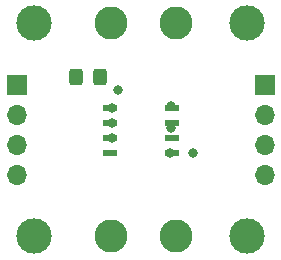
<source format=gts>
%TF.GenerationSoftware,KiCad,Pcbnew,7.0.6*%
%TF.CreationDate,2023-11-15T12:58:54-06:00*%
%TF.ProjectId,TorqueSensorAmpifierPCB,546f7271-7565-4536-956e-736f72416d70,rev?*%
%TF.SameCoordinates,Original*%
%TF.FileFunction,Soldermask,Top*%
%TF.FilePolarity,Negative*%
%FSLAX46Y46*%
G04 Gerber Fmt 4.6, Leading zero omitted, Abs format (unit mm)*
G04 Created by KiCad (PCBNEW 7.0.6) date 2023-11-15 12:58:54*
%MOMM*%
%LPD*%
G01*
G04 APERTURE LIST*
G04 Aperture macros list*
%AMRoundRect*
0 Rectangle with rounded corners*
0 $1 Rounding radius*
0 $2 $3 $4 $5 $6 $7 $8 $9 X,Y pos of 4 corners*
0 Add a 4 corners polygon primitive as box body*
4,1,4,$2,$3,$4,$5,$6,$7,$8,$9,$2,$3,0*
0 Add four circle primitives for the rounded corners*
1,1,$1+$1,$2,$3*
1,1,$1+$1,$4,$5*
1,1,$1+$1,$6,$7*
1,1,$1+$1,$8,$9*
0 Add four rect primitives between the rounded corners*
20,1,$1+$1,$2,$3,$4,$5,0*
20,1,$1+$1,$4,$5,$6,$7,0*
20,1,$1+$1,$6,$7,$8,$9,0*
20,1,$1+$1,$8,$9,$2,$3,0*%
G04 Aperture macros list end*
%ADD10C,3.000000*%
%ADD11C,2.800000*%
%ADD12RoundRect,0.250000X0.325000X0.450000X-0.325000X0.450000X-0.325000X-0.450000X0.325000X-0.450000X0*%
%ADD13R,1.700000X1.700000*%
%ADD14O,1.700000X1.700000*%
%ADD15R,1.257300X0.508000*%
%ADD16C,0.800000*%
G04 APERTURE END LIST*
D10*
%TO.C,H3*%
X79000000Y-91500000D03*
%TD*%
D11*
%TO.C,TP1*%
X73000000Y-91500000D03*
%TD*%
D10*
%TO.C,H2*%
X61000000Y-109500000D03*
%TD*%
D12*
%TO.C,D1*%
X66525000Y-96000000D03*
X64475000Y-96000000D03*
%TD*%
D13*
%TO.C,J2*%
X80500000Y-96700000D03*
D14*
X80500000Y-99240000D03*
X80500000Y-101780000D03*
X80500000Y-104320000D03*
%TD*%
D11*
%TO.C,TP4*%
X73000000Y-109500000D03*
%TD*%
D15*
%TO.C,U1*%
X67402450Y-98690000D03*
X67402450Y-99960000D03*
X67402450Y-101230000D03*
X67402450Y-102500000D03*
X72647550Y-102500000D03*
X72647550Y-101230000D03*
X72647550Y-99960000D03*
X72647550Y-98690000D03*
%TD*%
D11*
%TO.C,TP2*%
X67500000Y-91500000D03*
%TD*%
%TO.C,TP3*%
X67500000Y-109500000D03*
%TD*%
D13*
%TO.C,J1*%
X59500000Y-96700000D03*
D14*
X59500000Y-99240000D03*
X59500000Y-101780000D03*
X59500000Y-104320000D03*
%TD*%
D10*
%TO.C,H1*%
X61000000Y-91500000D03*
%TD*%
%TO.C,H4*%
X79000000Y-109500000D03*
%TD*%
D16*
X72550000Y-100376498D03*
X72600000Y-98500000D03*
X72500000Y-102500000D03*
X74450000Y-102500000D03*
X64412500Y-96000000D03*
X67550000Y-98690000D03*
X67550000Y-99960000D03*
X67550000Y-101230000D03*
X68107701Y-97107701D03*
M02*

</source>
